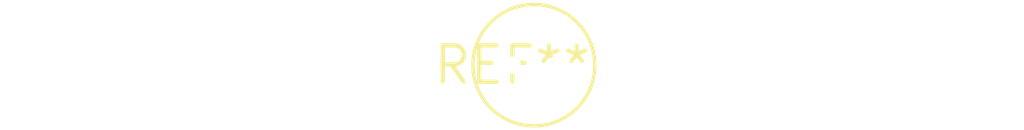
<source format=kicad_pcb>
(kicad_pcb (version 20240108) (generator pcbnew)
  (layers (0 "F.Cu" signal) (31 "B.Cu" signal) (34 "B.Paste" user) (35 "F.Paste" user) (36 "B.SilkS" user "B.Silkscreen") (37 "F.SilkS" user "F.Silkscreen") (38 "B.Mask" user) (39 "F.Mask" user) (44 "Edge.Cuts" user))
  (net 0 "")
  (footprint "C_Radial_D4.0mm_H7.0mm_P1.50mm" (layer "F.Cu") (at 0 0)
    (property "Reference" "REF**")
    (property "Value" "C_Radial_D4.0mm_H7.0mm_P1.50mm")
    (fp_circle (center 0.75 0) (end 2.87 0) (layer "F.SilkS") (stroke (width 0.12)) (fill none))
    (pad "1" thru_hole circle (at 0 0) (size 1.2 1.2) (drill 0.6) (layers *.Cu *.Mask) (remove_unused_layers))
    (pad "2" thru_hole circle (at 1.5 0) (size 1.2 1.2) (drill 0.6) (layers *.Cu *.Mask) (remove_unused_layers))
  )
)
</source>
